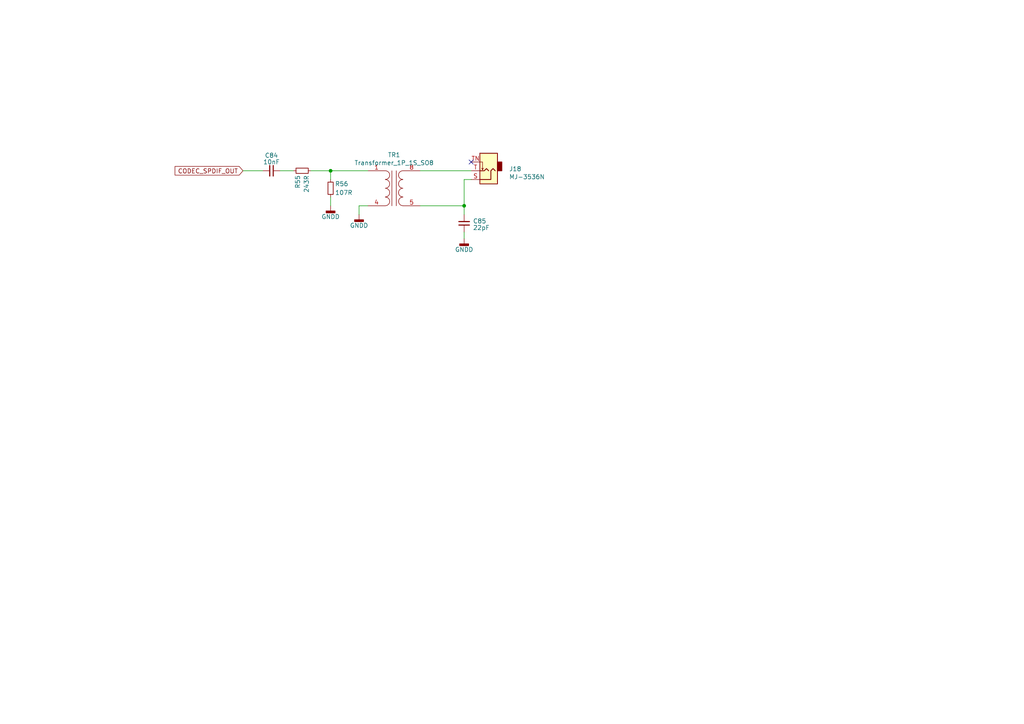
<source format=kicad_sch>
(kicad_sch (version 20211123) (generator eeschema)
  (paper "A4")
  (title_block (title "MOD DuoX - Bottom Board") (date "2022-01-26") (rev "Rev 2.0P2") (company "MOD Devices GmbH") (comment 1 "DuoX Audio processing board") (comment 2 "https://github.com/moddevices/mod-hw-duoX") (comment 3 "Inp Power: 12V 1A"))
  (lib_symbols
    (symbol "Connector:AudioJack2_SwitchT"
      (property "Reference" "J" (at 0 8.89 0))
      (property "Value" "AudioJack2_SwitchT" (at 0 6.35 0))
      (symbol "AudioJack2_SwitchT_0_1"
        (rectangle (start -2.54 0) (end -3.81 -2.54) (stroke (width 0.254)) (fill (type outline)))
        (polyline (pts (xy 1.778 -0.254) (xy 2.032 -0.762)))
        (polyline (pts (xy 0 0) (xy 0.635 -0.635) (xy 1.27 0) (xy 2.54 0)) (stroke (width 0.254)))
        (polyline (pts (xy 2.54 -2.54) (xy 1.778 -2.54) (xy 1.778 -0.254) (xy 1.524 -0.762)))
        (polyline (pts (xy 2.54 2.54) (xy -0.635 2.54) (xy -0.635 0) (xy -1.27 -0.635) (xy -1.905 0)) (stroke (width 0.254)))
        (rectangle (start 2.54 3.81) (end -2.54 -5.08) (stroke (width 0.254)) (fill (type background)))
      )
      (symbol "AudioJack2_SwitchT_1_1"
        (pin passive line (at 5.08 2.54 180) (length 2.54) (name "~") (number "S"))
        (pin passive line (at 5.08 0 180) (length 2.54) (name "~") (number "T"))
        (pin passive line (at 5.08 -2.54 180) (length 2.54) (name "~") (number "TN"))
      )
    )
    (symbol "Device:Transformer_1P_1S_SO8" (pin_names (offset 1.016) hide)
      (property "Reference" "T" (at 0 6.35 0))
      (property "Value" "Transformer_1P_1S_SO8" (at 0 -7.62 0))
      (symbol "Transformer_1P_1S_SO8_0_1"
        (arc (start -2.54 -5.0546) (mid -1.6561 -4.6863) (end -1.27 -3.81))
        (arc (start -2.54 -2.5146) (mid -1.6561 -2.1463) (end -1.27 -1.27))
        (arc (start -2.54 0.0254) (mid -1.6561 0.3937) (end -1.27 1.27))
        (arc (start -2.54 2.5654) (mid -1.6561 2.9337) (end -1.27 3.81))
        (arc (start -1.27 -3.81) (mid -1.642 -2.912) (end -2.54 -2.54))
        (arc (start -1.27 -1.27) (mid -1.642 -0.372) (end -2.54 0))
        (arc (start -1.27 1.27) (mid -1.642 2.168) (end -2.54 2.54))
        (arc (start -1.27 3.81) (mid -1.642 4.708) (end -2.54 5.08))
        (polyline (pts (xy -0.635 5.08) (xy -0.635 -5.08)))
        (polyline (pts (xy 0.635 -5.08) (xy 0.635 5.08)))
        (arc (start 1.2954 -1.27) (mid 1.6599 -2.1501) (end 2.54 -2.5146))
        (arc (start 1.2954 1.27) (mid 1.6599 0.3899) (end 2.54 0.0254))
        (arc (start 1.2954 3.81) (mid 1.6599 2.9299) (end 2.54 2.5654))
        (arc (start 1.3208 -3.81) (mid 1.6853 -4.6901) (end 2.5654 -5.0546))
        (arc (start 2.54 0) (mid 1.6456 -0.3683) (end 1.2954 -1.27))
        (arc (start 2.54 2.54) (mid 1.6456 2.1717) (end 1.2954 1.27))
        (arc (start 2.54 5.08) (mid 1.6456 4.7117) (end 1.2954 3.81))
        (arc (start 2.5654 -2.54) (mid 1.671 -2.9083) (end 1.3208 -3.81))
      )
      (symbol "Transformer_1P_1S_SO8_1_1"
        (pin passive line (at -7.62 5.08 0) (length 5.08) (name "AA") (number "1"))
        (pin passive line (at -7.62 -5.08 0) (length 5.08) (name "AB") (number "4"))
        (pin passive line (at 7.62 -5.08 180) (length 5.08) (name "SA") (number "5"))
        (pin passive line (at 7.62 5.08 180) (length 5.08) (name "SB") (number "8"))
      )
    )
    (symbol "bottom-board-rescue:C_Small-Device" (pin_numbers hide) (pin_names (offset 0.254) hide)
      (property "Reference" "C" (at 0.254 1.778 0))
      (property "Value" "C_Small-Device" (at 0.254 -2.032 0))
      (symbol "C_Small-Device_0_1"
        (polyline (pts (xy -1.524 -0.508) (xy 1.524 -0.508)) (stroke (width 0.3302)))
        (polyline (pts (xy -1.524 0.508) (xy 1.524 0.508)) (stroke (width 0.3048)))
      )
      (symbol "C_Small-Device_1_1"
        (pin passive line (at 0 2.54 270) (length 2.032) (name "~") (number "1"))
        (pin passive line (at 0 -2.54 90) (length 2.032) (name "~") (number "2"))
      )
    )
    (symbol "bottom-board-rescue:GNDD-power" (power) (pin_names (offset 0))
      (property "Value" "GNDD-power" (at 0 -3.175 0))
      (symbol "GNDD-power_0_1"
        (rectangle (start -1.27 -1.524) (end 1.27 -2.032) (stroke (width 0.254)) (fill (type outline)))
        (polyline (pts (xy 0 0) (xy 0 -1.524)))
      )
      (symbol "GNDD-power_1_1"
        (pin power_in line (at 0 0 270) (length 0) hide (name "GNDD") (number "1"))
      )
    )
    (symbol "bottom-board-rescue:R_Small-Device" (pin_numbers hide) (pin_names (offset 0.254) hide)
      (property "Reference" "R" (at 0.762 0.508 0))
      (property "Value" "R_Small-Device" (at 0.762 -1.016 0))
      (symbol "R_Small-Device_0_1"
        (rectangle (start -0.762 1.778) (end 0.762 -1.778) (stroke (width 0.2032)))
      )
      (symbol "R_Small-Device_1_1"
        (pin passive line (at 0 2.54 270) (length 0.762) (name "~") (number "1"))
        (pin passive line (at 0 -2.54 90) (length 0.762) (name "~") (number "2"))
      )
    )
  )
  (junction (at 134.62 59.69))
  (junction (at 95.885 49.53))
  (no_connect (at 136.652 46.99))
  (wire (pts (xy 95.885 59.69) (xy 95.885 57.15)))
  (wire (pts (xy 95.885 49.53) (xy 106.68 49.53)))
  (wire (pts (xy 136.652 49.53) (xy 121.92 49.53)))
  (wire (pts (xy 90.17 49.53) (xy 95.885 49.53)))
  (wire (pts (xy 121.92 59.69) (xy 134.62 59.69)))
  (wire (pts (xy 81.28 49.53) (xy 85.09 49.53)))
  (wire (pts (xy 70.485 49.53) (xy 76.2 49.53)))
  (wire (pts (xy 95.885 52.07) (xy 95.885 49.53)))
  (wire (pts (xy 134.62 67.31) (xy 134.62 69.215)))
  (wire (pts (xy 134.62 59.69) (xy 134.62 62.23)))
  (wire (pts (xy 134.62 52.07) (xy 136.652 52.07)))
  (wire (pts (xy 134.62 52.07) (xy 134.62 59.69)))
  (wire (pts (xy 104.14 59.69) (xy 106.68 59.69)))
  (wire (pts (xy 104.14 62.23) (xy 104.14 59.69)))
  (global_label "CODEC_SPDIF_OUT" (shape input) (at 70.485 49.53 180) (property "Intersheet References" "${INTERSHEET_REFS}" (effects hide)))
  (symbol (lib_id "bottom-board-rescue:R_Small-Device") (at 95.885 54.61 0) (unit 1)
    (property "Reference" "R56" (at 97.155 53.34 0) (effects (justify left)))
    (property "Value" "107R" (at 97.155 55.88 0) (effects (justify left)))
    (property "Footprint" "Resistor_SMD:R_0603_1608Metric" (effects hide))
    (property "MPN" "RC0603FR-07107RL" (effects hide))
  )
  (symbol (lib_id "bottom-board-rescue:C_Small-Device") (at 78.74 49.53 270) (unit 1)
    (property "Reference" "C84" (at 78.74 45.085 90))
    (property "Value" "10nF" (at 78.74 46.99 90))
    (property "Footprint" "Capacitor_SMD:C_0603_1608Metric" (effects hide))
    (property "MPN" "CL10B103KA8NNNC" (effects hide))
  )
  (symbol (lib_id "bottom-board-rescue:R_Small-Device") (at 87.63 49.53 270) (unit 1)
    (property "Reference" "R55" (at 86.36 50.8 0) (effects (justify left)))
    (property "Value" "243R" (at 88.9 50.8 0) (effects (justify left)))
    (property "Footprint" "Resistor_SMD:R_0603_1608Metric" (effects hide))
    (property "MPN" "RC0603FR-07243RL" (effects hide))
  )
  (symbol (lib_id "bottom-board-rescue:GNDD-power") (at 95.885 59.69 0) (unit 1)
    (property "Reference" "#PWR0222" (effects hide))
    (property "Value" "GNDD" (at 95.885 62.865 0))
  )
  (symbol (lib_id "bottom-board-rescue:GNDD-power") (at 104.14 62.23 0) (unit 1)
    (property "Reference" "#PWR0223" (effects hide))
    (property "Value" "GNDD" (at 104.14 65.405 0))
  )
  (symbol (lib_id "bottom-board-rescue:C_Small-Device") (at 134.62 64.77 180) (unit 1)
    (property "Reference" "C85" (at 137.16 64.135 0) (effects (justify right)))
    (property "Value" "22pF" (at 137.16 66.04 0) (effects (justify right)))
    (property "Footprint" "Capacitor_SMD:C_0603_1608Metric" (effects hide))
    (property "MPN" "C0603C220K4GACTU" (effects hide))
  )
  (symbol (lib_id "bottom-board-rescue:GNDD-power") (at 134.62 69.215 0) (unit 1)
    (property "Reference" "#PWR0224" (effects hide))
    (property "Value" "GNDD" (at 134.62 72.39 0))
  )
  (symbol (lib_id "Connector:AudioJack2_SwitchT") (at 141.732 49.53 180) (unit 1)
    (property "Reference" "J18" (at 147.6502 48.9966 0) (effects (justify right)))
    (property "Value" "MJ-3536N" (at 147.6502 51.308 0) (effects (justify right)))
    (property "Footprint" "footprints:MJ-3536N" (effects hide))
    (property "Datasheet" "https://www.cui.com/product/resource/digikeypdf/mj-3536n.pdf" (effects hide))
    (property "MPN" "MJ-3536N" (effects hide))
  )
  (symbol (lib_id "Device:Transformer_1P_1S_SO8") (at 114.3 54.61 0) (unit 1)
    (property "Reference" "TR1" (at 114.3 44.9326 0))
    (property "Value" "Transformer_1P_1S_SO8" (at 114.3 47.244 0))
    (property "Footprint" "footprints:PE-65812NL" (effects hide))
    (property "Datasheet" "https://productfinder.pulseeng.com/doc_type/WEB301/doc_num/PE-65812NL/doc_part/PE-65812NL.pdf" (effects hide))
    (property "MPN" "PE-65812NL" (effects hide))
  )
)
</source>
